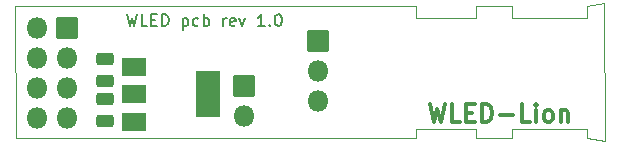
<source format=gts>
G04 #@! TF.GenerationSoftware,KiCad,Pcbnew,6.0.7-f9a2dced07~116~ubuntu20.04.1*
G04 #@! TF.CreationDate,2022-09-06T19:45:12+02:00*
G04 #@! TF.ProjectId,wled-lion,776c6564-2d6c-4696-9f6e-2e6b69636164,rev?*
G04 #@! TF.SameCoordinates,Original*
G04 #@! TF.FileFunction,Soldermask,Top*
G04 #@! TF.FilePolarity,Negative*
%FSLAX46Y46*%
G04 Gerber Fmt 4.6, Leading zero omitted, Abs format (unit mm)*
G04 Created by KiCad (PCBNEW 6.0.7-f9a2dced07~116~ubuntu20.04.1) date 2022-09-06 19:45:12*
%MOMM*%
%LPD*%
G01*
G04 APERTURE LIST*
G04 Aperture macros list*
%AMRoundRect*
0 Rectangle with rounded corners*
0 $1 Rounding radius*
0 $2 $3 $4 $5 $6 $7 $8 $9 X,Y pos of 4 corners*
0 Add a 4 corners polygon primitive as box body*
4,1,4,$2,$3,$4,$5,$6,$7,$8,$9,$2,$3,0*
0 Add four circle primitives for the rounded corners*
1,1,$1+$1,$2,$3*
1,1,$1+$1,$4,$5*
1,1,$1+$1,$6,$7*
1,1,$1+$1,$8,$9*
0 Add four rect primitives between the rounded corners*
20,1,$1+$1,$2,$3,$4,$5,0*
20,1,$1+$1,$4,$5,$6,$7,0*
20,1,$1+$1,$6,$7,$8,$9,0*
20,1,$1+$1,$8,$9,$2,$3,0*%
G04 Aperture macros list end*
%ADD10C,0.300000*%
G04 #@! TA.AperFunction,Profile*
%ADD11C,0.050000*%
G04 #@! TD*
%ADD12C,0.150000*%
%ADD13RoundRect,0.294750X0.456250X-0.243750X0.456250X0.243750X-0.456250X0.243750X-0.456250X-0.243750X0*%
%ADD14RoundRect,0.051000X-0.850000X-0.850000X0.850000X-0.850000X0.850000X0.850000X-0.850000X0.850000X0*%
%ADD15O,1.802000X1.802000*%
%ADD16RoundRect,0.051000X-1.000000X-0.750000X1.000000X-0.750000X1.000000X0.750000X-1.000000X0.750000X0*%
%ADD17RoundRect,0.051000X-1.000000X-1.900000X1.000000X-1.900000X1.000000X1.900000X-1.000000X1.900000X0*%
G04 APERTURE END LIST*
D10*
X183571428Y-92878571D02*
X183928571Y-94378571D01*
X184214285Y-93307142D01*
X184500000Y-94378571D01*
X184857142Y-92878571D01*
X186142857Y-94378571D02*
X185428571Y-94378571D01*
X185428571Y-92878571D01*
X186642857Y-93592857D02*
X187142857Y-93592857D01*
X187357142Y-94378571D02*
X186642857Y-94378571D01*
X186642857Y-92878571D01*
X187357142Y-92878571D01*
X188000000Y-94378571D02*
X188000000Y-92878571D01*
X188357142Y-92878571D01*
X188571428Y-92950000D01*
X188714285Y-93092857D01*
X188785714Y-93235714D01*
X188857142Y-93521428D01*
X188857142Y-93735714D01*
X188785714Y-94021428D01*
X188714285Y-94164285D01*
X188571428Y-94307142D01*
X188357142Y-94378571D01*
X188000000Y-94378571D01*
X189500000Y-93807142D02*
X190642857Y-93807142D01*
X192071428Y-94378571D02*
X191357142Y-94378571D01*
X191357142Y-92878571D01*
X192571428Y-94378571D02*
X192571428Y-93378571D01*
X192571428Y-92878571D02*
X192500000Y-92950000D01*
X192571428Y-93021428D01*
X192642857Y-92950000D01*
X192571428Y-92878571D01*
X192571428Y-93021428D01*
X193500000Y-94378571D02*
X193357142Y-94307142D01*
X193285714Y-94235714D01*
X193214285Y-94092857D01*
X193214285Y-93664285D01*
X193285714Y-93521428D01*
X193357142Y-93450000D01*
X193500000Y-93378571D01*
X193714285Y-93378571D01*
X193857142Y-93450000D01*
X193928571Y-93521428D01*
X194000000Y-93664285D01*
X194000000Y-94092857D01*
X193928571Y-94235714D01*
X193857142Y-94307142D01*
X193714285Y-94378571D01*
X193500000Y-94378571D01*
X194642857Y-93378571D02*
X194642857Y-94378571D01*
X194642857Y-93521428D02*
X194714285Y-93450000D01*
X194857142Y-93378571D01*
X195071428Y-93378571D01*
X195214285Y-93450000D01*
X195285714Y-93592857D01*
X195285714Y-94378571D01*
D11*
X182372000Y-84582000D02*
X148450000Y-84550000D01*
X198350000Y-84328000D02*
X198374000Y-96012000D01*
X190500000Y-85598000D02*
X196850000Y-85598000D01*
X190500000Y-94996000D02*
X196850000Y-94996000D01*
X182372000Y-95758000D02*
X182372000Y-94996000D01*
X148450000Y-84550000D02*
X148500000Y-95758000D01*
X187452000Y-94996000D02*
X187452000Y-95758000D01*
X190500000Y-84582000D02*
X190500000Y-85598000D01*
X182372000Y-85598000D02*
X187452000Y-85598000D01*
X187452000Y-95758000D02*
X190500000Y-95758000D01*
X182372000Y-85598000D02*
X182372000Y-84582000D01*
X187452000Y-85598000D02*
X187452000Y-84582000D01*
X198350000Y-84328000D02*
X196850000Y-84582000D01*
X196850000Y-94996000D02*
X196850000Y-95758000D01*
X187452000Y-84582000D02*
X190500000Y-84582000D01*
X196850000Y-95758000D02*
X198374000Y-96012000D01*
X182372000Y-94996000D02*
X187452000Y-94996000D01*
X190500000Y-95758000D02*
X190500000Y-94996000D01*
X196850000Y-84582000D02*
X196850000Y-85598000D01*
X148500000Y-95758000D02*
X182372000Y-95758000D01*
D12*
X157928571Y-85252380D02*
X158166666Y-86252380D01*
X158357142Y-85538095D01*
X158547619Y-86252380D01*
X158785714Y-85252380D01*
X159642857Y-86252380D02*
X159166666Y-86252380D01*
X159166666Y-85252380D01*
X159976190Y-85728571D02*
X160309523Y-85728571D01*
X160452380Y-86252380D02*
X159976190Y-86252380D01*
X159976190Y-85252380D01*
X160452380Y-85252380D01*
X160880952Y-86252380D02*
X160880952Y-85252380D01*
X161119047Y-85252380D01*
X161261904Y-85300000D01*
X161357142Y-85395238D01*
X161404761Y-85490476D01*
X161452380Y-85680952D01*
X161452380Y-85823809D01*
X161404761Y-86014285D01*
X161357142Y-86109523D01*
X161261904Y-86204761D01*
X161119047Y-86252380D01*
X160880952Y-86252380D01*
X162642857Y-85585714D02*
X162642857Y-86585714D01*
X162642857Y-85633333D02*
X162738095Y-85585714D01*
X162928571Y-85585714D01*
X163023809Y-85633333D01*
X163071428Y-85680952D01*
X163119047Y-85776190D01*
X163119047Y-86061904D01*
X163071428Y-86157142D01*
X163023809Y-86204761D01*
X162928571Y-86252380D01*
X162738095Y-86252380D01*
X162642857Y-86204761D01*
X163976190Y-86204761D02*
X163880952Y-86252380D01*
X163690476Y-86252380D01*
X163595238Y-86204761D01*
X163547619Y-86157142D01*
X163500000Y-86061904D01*
X163500000Y-85776190D01*
X163547619Y-85680952D01*
X163595238Y-85633333D01*
X163690476Y-85585714D01*
X163880952Y-85585714D01*
X163976190Y-85633333D01*
X164404761Y-86252380D02*
X164404761Y-85252380D01*
X164404761Y-85633333D02*
X164500000Y-85585714D01*
X164690476Y-85585714D01*
X164785714Y-85633333D01*
X164833333Y-85680952D01*
X164880952Y-85776190D01*
X164880952Y-86061904D01*
X164833333Y-86157142D01*
X164785714Y-86204761D01*
X164690476Y-86252380D01*
X164500000Y-86252380D01*
X164404761Y-86204761D01*
X166071428Y-86252380D02*
X166071428Y-85585714D01*
X166071428Y-85776190D02*
X166119047Y-85680952D01*
X166166666Y-85633333D01*
X166261904Y-85585714D01*
X166357142Y-85585714D01*
X167071428Y-86204761D02*
X166976190Y-86252380D01*
X166785714Y-86252380D01*
X166690476Y-86204761D01*
X166642857Y-86109523D01*
X166642857Y-85728571D01*
X166690476Y-85633333D01*
X166785714Y-85585714D01*
X166976190Y-85585714D01*
X167071428Y-85633333D01*
X167119047Y-85728571D01*
X167119047Y-85823809D01*
X166642857Y-85919047D01*
X167452380Y-85585714D02*
X167690476Y-86252380D01*
X167928571Y-85585714D01*
X169595238Y-86252380D02*
X169023809Y-86252380D01*
X169309523Y-86252380D02*
X169309523Y-85252380D01*
X169214285Y-85395238D01*
X169119047Y-85490476D01*
X169023809Y-85538095D01*
X170023809Y-86157142D02*
X170071428Y-86204761D01*
X170023809Y-86252380D01*
X169976190Y-86204761D01*
X170023809Y-86157142D01*
X170023809Y-86252380D01*
X170690476Y-85252380D02*
X170785714Y-85252380D01*
X170880952Y-85300000D01*
X170928571Y-85347619D01*
X170976190Y-85442857D01*
X171023809Y-85633333D01*
X171023809Y-85871428D01*
X170976190Y-86061904D01*
X170928571Y-86157142D01*
X170880952Y-86204761D01*
X170785714Y-86252380D01*
X170690476Y-86252380D01*
X170595238Y-86204761D01*
X170547619Y-86157142D01*
X170500000Y-86061904D01*
X170452380Y-85871428D01*
X170452380Y-85633333D01*
X170500000Y-85442857D01*
X170547619Y-85347619D01*
X170595238Y-85300000D01*
X170690476Y-85252380D01*
D10*
X183571428Y-92878571D02*
X183928571Y-94378571D01*
X184214285Y-93307142D01*
X184500000Y-94378571D01*
X184857142Y-92878571D01*
X186142857Y-94378571D02*
X185428571Y-94378571D01*
X185428571Y-92878571D01*
X186642857Y-93592857D02*
X187142857Y-93592857D01*
X187357142Y-94378571D02*
X186642857Y-94378571D01*
X186642857Y-92878571D01*
X187357142Y-92878571D01*
X188000000Y-94378571D02*
X188000000Y-92878571D01*
X188357142Y-92878571D01*
X188571428Y-92950000D01*
X188714285Y-93092857D01*
X188785714Y-93235714D01*
X188857142Y-93521428D01*
X188857142Y-93735714D01*
X188785714Y-94021428D01*
X188714285Y-94164285D01*
X188571428Y-94307142D01*
X188357142Y-94378571D01*
X188000000Y-94378571D01*
X189500000Y-93807142D02*
X190642857Y-93807142D01*
X192071428Y-94378571D02*
X191357142Y-94378571D01*
X191357142Y-92878571D01*
X192571428Y-94378571D02*
X192571428Y-93378571D01*
X192571428Y-92878571D02*
X192500000Y-92950000D01*
X192571428Y-93021428D01*
X192642857Y-92950000D01*
X192571428Y-92878571D01*
X192571428Y-93021428D01*
X193500000Y-94378571D02*
X193357142Y-94307142D01*
X193285714Y-94235714D01*
X193214285Y-94092857D01*
X193214285Y-93664285D01*
X193285714Y-93521428D01*
X193357142Y-93450000D01*
X193500000Y-93378571D01*
X193714285Y-93378571D01*
X193857142Y-93450000D01*
X193928571Y-93521428D01*
X194000000Y-93664285D01*
X194000000Y-94092857D01*
X193928571Y-94235714D01*
X193857142Y-94307142D01*
X193714285Y-94378571D01*
X193500000Y-94378571D01*
X194642857Y-93378571D02*
X194642857Y-94378571D01*
X194642857Y-93521428D02*
X194714285Y-93450000D01*
X194857142Y-93378571D01*
X195071428Y-93378571D01*
X195214285Y-93450000D01*
X195285714Y-93592857D01*
X195285714Y-94378571D01*
D11*
X182372000Y-84582000D02*
X148450000Y-84550000D01*
X198350000Y-84328000D02*
X198374000Y-96012000D01*
X190500000Y-85598000D02*
X196850000Y-85598000D01*
X190500000Y-94996000D02*
X196850000Y-94996000D01*
X182372000Y-95758000D02*
X182372000Y-94996000D01*
X148450000Y-84550000D02*
X148500000Y-95758000D01*
X187452000Y-94996000D02*
X187452000Y-95758000D01*
X190500000Y-84582000D02*
X190500000Y-85598000D01*
X182372000Y-85598000D02*
X187452000Y-85598000D01*
X187452000Y-95758000D02*
X190500000Y-95758000D01*
X182372000Y-85598000D02*
X182372000Y-84582000D01*
X187452000Y-85598000D02*
X187452000Y-84582000D01*
X198350000Y-84328000D02*
X196850000Y-84582000D01*
X196850000Y-94996000D02*
X196850000Y-95758000D01*
X187452000Y-84582000D02*
X190500000Y-84582000D01*
X196850000Y-95758000D02*
X198374000Y-96012000D01*
X182372000Y-94996000D02*
X187452000Y-94996000D01*
X190500000Y-95758000D02*
X190500000Y-94996000D01*
X196850000Y-84582000D02*
X196850000Y-85598000D01*
X148500000Y-95758000D02*
X182372000Y-95758000D01*
D12*
X157928571Y-85252380D02*
X158166666Y-86252380D01*
X158357142Y-85538095D01*
X158547619Y-86252380D01*
X158785714Y-85252380D01*
X159642857Y-86252380D02*
X159166666Y-86252380D01*
X159166666Y-85252380D01*
X159976190Y-85728571D02*
X160309523Y-85728571D01*
X160452380Y-86252380D02*
X159976190Y-86252380D01*
X159976190Y-85252380D01*
X160452380Y-85252380D01*
X160880952Y-86252380D02*
X160880952Y-85252380D01*
X161119047Y-85252380D01*
X161261904Y-85300000D01*
X161357142Y-85395238D01*
X161404761Y-85490476D01*
X161452380Y-85680952D01*
X161452380Y-85823809D01*
X161404761Y-86014285D01*
X161357142Y-86109523D01*
X161261904Y-86204761D01*
X161119047Y-86252380D01*
X160880952Y-86252380D01*
X162642857Y-85585714D02*
X162642857Y-86585714D01*
X162642857Y-85633333D02*
X162738095Y-85585714D01*
X162928571Y-85585714D01*
X163023809Y-85633333D01*
X163071428Y-85680952D01*
X163119047Y-85776190D01*
X163119047Y-86061904D01*
X163071428Y-86157142D01*
X163023809Y-86204761D01*
X162928571Y-86252380D01*
X162738095Y-86252380D01*
X162642857Y-86204761D01*
X163976190Y-86204761D02*
X163880952Y-86252380D01*
X163690476Y-86252380D01*
X163595238Y-86204761D01*
X163547619Y-86157142D01*
X163500000Y-86061904D01*
X163500000Y-85776190D01*
X163547619Y-85680952D01*
X163595238Y-85633333D01*
X163690476Y-85585714D01*
X163880952Y-85585714D01*
X163976190Y-85633333D01*
X164404761Y-86252380D02*
X164404761Y-85252380D01*
X164404761Y-85633333D02*
X164500000Y-85585714D01*
X164690476Y-85585714D01*
X164785714Y-85633333D01*
X164833333Y-85680952D01*
X164880952Y-85776190D01*
X164880952Y-86061904D01*
X164833333Y-86157142D01*
X164785714Y-86204761D01*
X164690476Y-86252380D01*
X164500000Y-86252380D01*
X164404761Y-86204761D01*
X166071428Y-86252380D02*
X166071428Y-85585714D01*
X166071428Y-85776190D02*
X166119047Y-85680952D01*
X166166666Y-85633333D01*
X166261904Y-85585714D01*
X166357142Y-85585714D01*
X167071428Y-86204761D02*
X166976190Y-86252380D01*
X166785714Y-86252380D01*
X166690476Y-86204761D01*
X166642857Y-86109523D01*
X166642857Y-85728571D01*
X166690476Y-85633333D01*
X166785714Y-85585714D01*
X166976190Y-85585714D01*
X167071428Y-85633333D01*
X167119047Y-85728571D01*
X167119047Y-85823809D01*
X166642857Y-85919047D01*
X167452380Y-85585714D02*
X167690476Y-86252380D01*
X167928571Y-85585714D01*
X169595238Y-86252380D02*
X169023809Y-86252380D01*
X169309523Y-86252380D02*
X169309523Y-85252380D01*
X169214285Y-85395238D01*
X169119047Y-85490476D01*
X169023809Y-85538095D01*
X170023809Y-86157142D02*
X170071428Y-86204761D01*
X170023809Y-86252380D01*
X169976190Y-86204761D01*
X170023809Y-86157142D01*
X170023809Y-86252380D01*
X170690476Y-85252380D02*
X170785714Y-85252380D01*
X170880952Y-85300000D01*
X170928571Y-85347619D01*
X170976190Y-85442857D01*
X171023809Y-85633333D01*
X171023809Y-85871428D01*
X170976190Y-86061904D01*
X170928571Y-86157142D01*
X170880952Y-86204761D01*
X170785714Y-86252380D01*
X170690476Y-86252380D01*
X170595238Y-86204761D01*
X170547619Y-86157142D01*
X170500000Y-86061904D01*
X170452380Y-85871428D01*
X170452380Y-85633333D01*
X170500000Y-85442857D01*
X170547619Y-85347619D01*
X170595238Y-85300000D01*
X170690476Y-85252380D01*
D13*
X156100000Y-94337500D03*
X156100000Y-92462500D03*
X156100000Y-90887500D03*
X156100000Y-89012500D03*
D14*
X152850000Y-86400000D03*
D15*
X150310000Y-86400000D03*
X152850000Y-88940000D03*
X150310000Y-88940000D03*
X152850000Y-91480000D03*
X150310000Y-91480000D03*
X152850000Y-94020000D03*
X150310000Y-94020000D03*
D14*
X174100000Y-87550000D03*
D15*
X174100000Y-90090000D03*
X174100000Y-92630000D03*
D16*
X158500000Y-89750000D03*
X158500000Y-92050000D03*
D17*
X164800000Y-92050000D03*
D16*
X158500000Y-94350000D03*
D14*
X167850000Y-91350000D03*
D15*
X167850000Y-93890000D03*
M02*

</source>
